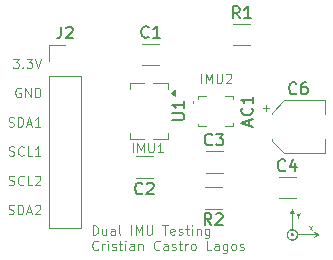
<source format=gbr>
%TF.GenerationSoftware,KiCad,Pcbnew,9.0.5*%
%TF.CreationDate,2025-12-11T06:09:59-03:00*%
%TF.ProjectId,dual IMU_module,6475616c-2049-44d5-955f-6d6f64756c65,rev?*%
%TF.SameCoordinates,Original*%
%TF.FileFunction,Legend,Top*%
%TF.FilePolarity,Positive*%
%FSLAX46Y46*%
G04 Gerber Fmt 4.6, Leading zero omitted, Abs format (unit mm)*
G04 Created by KiCad (PCBNEW 9.0.5) date 2025-12-11 06:09:59*
%MOMM*%
%LPD*%
G01*
G04 APERTURE LIST*
%ADD10C,0.100000*%
%ADD11C,0.150000*%
%ADD12C,0.120000*%
%ADD13C,0.000000*%
G04 APERTURE END LIST*
D10*
X131876265Y-89898940D02*
X131876265Y-89098940D01*
X131876265Y-89098940D02*
X132066741Y-89098940D01*
X132066741Y-89098940D02*
X132181027Y-89137035D01*
X132181027Y-89137035D02*
X132257217Y-89213225D01*
X132257217Y-89213225D02*
X132295312Y-89289416D01*
X132295312Y-89289416D02*
X132333408Y-89441797D01*
X132333408Y-89441797D02*
X132333408Y-89556083D01*
X132333408Y-89556083D02*
X132295312Y-89708464D01*
X132295312Y-89708464D02*
X132257217Y-89784654D01*
X132257217Y-89784654D02*
X132181027Y-89860845D01*
X132181027Y-89860845D02*
X132066741Y-89898940D01*
X132066741Y-89898940D02*
X131876265Y-89898940D01*
X133019122Y-89365606D02*
X133019122Y-89898940D01*
X132676265Y-89365606D02*
X132676265Y-89784654D01*
X132676265Y-89784654D02*
X132714360Y-89860845D01*
X132714360Y-89860845D02*
X132790550Y-89898940D01*
X132790550Y-89898940D02*
X132904836Y-89898940D01*
X132904836Y-89898940D02*
X132981027Y-89860845D01*
X132981027Y-89860845D02*
X133019122Y-89822749D01*
X133742932Y-89898940D02*
X133742932Y-89479892D01*
X133742932Y-89479892D02*
X133704837Y-89403702D01*
X133704837Y-89403702D02*
X133628646Y-89365606D01*
X133628646Y-89365606D02*
X133476265Y-89365606D01*
X133476265Y-89365606D02*
X133400075Y-89403702D01*
X133742932Y-89860845D02*
X133666741Y-89898940D01*
X133666741Y-89898940D02*
X133476265Y-89898940D01*
X133476265Y-89898940D02*
X133400075Y-89860845D01*
X133400075Y-89860845D02*
X133361979Y-89784654D01*
X133361979Y-89784654D02*
X133361979Y-89708464D01*
X133361979Y-89708464D02*
X133400075Y-89632273D01*
X133400075Y-89632273D02*
X133476265Y-89594178D01*
X133476265Y-89594178D02*
X133666741Y-89594178D01*
X133666741Y-89594178D02*
X133742932Y-89556083D01*
X134238170Y-89898940D02*
X134161980Y-89860845D01*
X134161980Y-89860845D02*
X134123885Y-89784654D01*
X134123885Y-89784654D02*
X134123885Y-89098940D01*
X135152457Y-89898940D02*
X135152457Y-89098940D01*
X135533409Y-89898940D02*
X135533409Y-89098940D01*
X135533409Y-89098940D02*
X135800075Y-89670368D01*
X135800075Y-89670368D02*
X136066742Y-89098940D01*
X136066742Y-89098940D02*
X136066742Y-89898940D01*
X136447695Y-89098940D02*
X136447695Y-89746559D01*
X136447695Y-89746559D02*
X136485790Y-89822749D01*
X136485790Y-89822749D02*
X136523885Y-89860845D01*
X136523885Y-89860845D02*
X136600076Y-89898940D01*
X136600076Y-89898940D02*
X136752457Y-89898940D01*
X136752457Y-89898940D02*
X136828647Y-89860845D01*
X136828647Y-89860845D02*
X136866742Y-89822749D01*
X136866742Y-89822749D02*
X136904838Y-89746559D01*
X136904838Y-89746559D02*
X136904838Y-89098940D01*
X137781028Y-89098940D02*
X138238171Y-89098940D01*
X138009599Y-89898940D02*
X138009599Y-89098940D01*
X138809600Y-89860845D02*
X138733409Y-89898940D01*
X138733409Y-89898940D02*
X138581028Y-89898940D01*
X138581028Y-89898940D02*
X138504838Y-89860845D01*
X138504838Y-89860845D02*
X138466742Y-89784654D01*
X138466742Y-89784654D02*
X138466742Y-89479892D01*
X138466742Y-89479892D02*
X138504838Y-89403702D01*
X138504838Y-89403702D02*
X138581028Y-89365606D01*
X138581028Y-89365606D02*
X138733409Y-89365606D01*
X138733409Y-89365606D02*
X138809600Y-89403702D01*
X138809600Y-89403702D02*
X138847695Y-89479892D01*
X138847695Y-89479892D02*
X138847695Y-89556083D01*
X138847695Y-89556083D02*
X138466742Y-89632273D01*
X139152456Y-89860845D02*
X139228647Y-89898940D01*
X139228647Y-89898940D02*
X139381028Y-89898940D01*
X139381028Y-89898940D02*
X139457218Y-89860845D01*
X139457218Y-89860845D02*
X139495314Y-89784654D01*
X139495314Y-89784654D02*
X139495314Y-89746559D01*
X139495314Y-89746559D02*
X139457218Y-89670368D01*
X139457218Y-89670368D02*
X139381028Y-89632273D01*
X139381028Y-89632273D02*
X139266742Y-89632273D01*
X139266742Y-89632273D02*
X139190552Y-89594178D01*
X139190552Y-89594178D02*
X139152456Y-89517987D01*
X139152456Y-89517987D02*
X139152456Y-89479892D01*
X139152456Y-89479892D02*
X139190552Y-89403702D01*
X139190552Y-89403702D02*
X139266742Y-89365606D01*
X139266742Y-89365606D02*
X139381028Y-89365606D01*
X139381028Y-89365606D02*
X139457218Y-89403702D01*
X139723885Y-89365606D02*
X140028647Y-89365606D01*
X139838171Y-89098940D02*
X139838171Y-89784654D01*
X139838171Y-89784654D02*
X139876266Y-89860845D01*
X139876266Y-89860845D02*
X139952456Y-89898940D01*
X139952456Y-89898940D02*
X140028647Y-89898940D01*
X140295314Y-89898940D02*
X140295314Y-89365606D01*
X140295314Y-89098940D02*
X140257218Y-89137035D01*
X140257218Y-89137035D02*
X140295314Y-89175130D01*
X140295314Y-89175130D02*
X140333409Y-89137035D01*
X140333409Y-89137035D02*
X140295314Y-89098940D01*
X140295314Y-89098940D02*
X140295314Y-89175130D01*
X140676266Y-89365606D02*
X140676266Y-89898940D01*
X140676266Y-89441797D02*
X140714361Y-89403702D01*
X140714361Y-89403702D02*
X140790551Y-89365606D01*
X140790551Y-89365606D02*
X140904837Y-89365606D01*
X140904837Y-89365606D02*
X140981028Y-89403702D01*
X140981028Y-89403702D02*
X141019123Y-89479892D01*
X141019123Y-89479892D02*
X141019123Y-89898940D01*
X141742933Y-89365606D02*
X141742933Y-90013225D01*
X141742933Y-90013225D02*
X141704838Y-90089416D01*
X141704838Y-90089416D02*
X141666742Y-90127511D01*
X141666742Y-90127511D02*
X141590552Y-90165606D01*
X141590552Y-90165606D02*
X141476266Y-90165606D01*
X141476266Y-90165606D02*
X141400076Y-90127511D01*
X141742933Y-89860845D02*
X141666742Y-89898940D01*
X141666742Y-89898940D02*
X141514361Y-89898940D01*
X141514361Y-89898940D02*
X141438171Y-89860845D01*
X141438171Y-89860845D02*
X141400076Y-89822749D01*
X141400076Y-89822749D02*
X141361980Y-89746559D01*
X141361980Y-89746559D02*
X141361980Y-89517987D01*
X141361980Y-89517987D02*
X141400076Y-89441797D01*
X141400076Y-89441797D02*
X141438171Y-89403702D01*
X141438171Y-89403702D02*
X141514361Y-89365606D01*
X141514361Y-89365606D02*
X141666742Y-89365606D01*
X141666742Y-89365606D02*
X141742933Y-89403702D01*
X132333408Y-91110704D02*
X132295312Y-91148800D01*
X132295312Y-91148800D02*
X132181027Y-91186895D01*
X132181027Y-91186895D02*
X132104836Y-91186895D01*
X132104836Y-91186895D02*
X131990550Y-91148800D01*
X131990550Y-91148800D02*
X131914360Y-91072609D01*
X131914360Y-91072609D02*
X131876265Y-90996419D01*
X131876265Y-90996419D02*
X131838169Y-90844038D01*
X131838169Y-90844038D02*
X131838169Y-90729752D01*
X131838169Y-90729752D02*
X131876265Y-90577371D01*
X131876265Y-90577371D02*
X131914360Y-90501180D01*
X131914360Y-90501180D02*
X131990550Y-90424990D01*
X131990550Y-90424990D02*
X132104836Y-90386895D01*
X132104836Y-90386895D02*
X132181027Y-90386895D01*
X132181027Y-90386895D02*
X132295312Y-90424990D01*
X132295312Y-90424990D02*
X132333408Y-90463085D01*
X132676265Y-91186895D02*
X132676265Y-90653561D01*
X132676265Y-90805942D02*
X132714360Y-90729752D01*
X132714360Y-90729752D02*
X132752455Y-90691657D01*
X132752455Y-90691657D02*
X132828646Y-90653561D01*
X132828646Y-90653561D02*
X132904836Y-90653561D01*
X133171503Y-91186895D02*
X133171503Y-90653561D01*
X133171503Y-90386895D02*
X133133407Y-90424990D01*
X133133407Y-90424990D02*
X133171503Y-90463085D01*
X133171503Y-90463085D02*
X133209598Y-90424990D01*
X133209598Y-90424990D02*
X133171503Y-90386895D01*
X133171503Y-90386895D02*
X133171503Y-90463085D01*
X133514359Y-91148800D02*
X133590550Y-91186895D01*
X133590550Y-91186895D02*
X133742931Y-91186895D01*
X133742931Y-91186895D02*
X133819121Y-91148800D01*
X133819121Y-91148800D02*
X133857217Y-91072609D01*
X133857217Y-91072609D02*
X133857217Y-91034514D01*
X133857217Y-91034514D02*
X133819121Y-90958323D01*
X133819121Y-90958323D02*
X133742931Y-90920228D01*
X133742931Y-90920228D02*
X133628645Y-90920228D01*
X133628645Y-90920228D02*
X133552455Y-90882133D01*
X133552455Y-90882133D02*
X133514359Y-90805942D01*
X133514359Y-90805942D02*
X133514359Y-90767847D01*
X133514359Y-90767847D02*
X133552455Y-90691657D01*
X133552455Y-90691657D02*
X133628645Y-90653561D01*
X133628645Y-90653561D02*
X133742931Y-90653561D01*
X133742931Y-90653561D02*
X133819121Y-90691657D01*
X134085788Y-90653561D02*
X134390550Y-90653561D01*
X134200074Y-90386895D02*
X134200074Y-91072609D01*
X134200074Y-91072609D02*
X134238169Y-91148800D01*
X134238169Y-91148800D02*
X134314359Y-91186895D01*
X134314359Y-91186895D02*
X134390550Y-91186895D01*
X134657217Y-91186895D02*
X134657217Y-90653561D01*
X134657217Y-90386895D02*
X134619121Y-90424990D01*
X134619121Y-90424990D02*
X134657217Y-90463085D01*
X134657217Y-90463085D02*
X134695312Y-90424990D01*
X134695312Y-90424990D02*
X134657217Y-90386895D01*
X134657217Y-90386895D02*
X134657217Y-90463085D01*
X135381026Y-91186895D02*
X135381026Y-90767847D01*
X135381026Y-90767847D02*
X135342931Y-90691657D01*
X135342931Y-90691657D02*
X135266740Y-90653561D01*
X135266740Y-90653561D02*
X135114359Y-90653561D01*
X135114359Y-90653561D02*
X135038169Y-90691657D01*
X135381026Y-91148800D02*
X135304835Y-91186895D01*
X135304835Y-91186895D02*
X135114359Y-91186895D01*
X135114359Y-91186895D02*
X135038169Y-91148800D01*
X135038169Y-91148800D02*
X135000073Y-91072609D01*
X135000073Y-91072609D02*
X135000073Y-90996419D01*
X135000073Y-90996419D02*
X135038169Y-90920228D01*
X135038169Y-90920228D02*
X135114359Y-90882133D01*
X135114359Y-90882133D02*
X135304835Y-90882133D01*
X135304835Y-90882133D02*
X135381026Y-90844038D01*
X135761979Y-90653561D02*
X135761979Y-91186895D01*
X135761979Y-90729752D02*
X135800074Y-90691657D01*
X135800074Y-90691657D02*
X135876264Y-90653561D01*
X135876264Y-90653561D02*
X135990550Y-90653561D01*
X135990550Y-90653561D02*
X136066741Y-90691657D01*
X136066741Y-90691657D02*
X136104836Y-90767847D01*
X136104836Y-90767847D02*
X136104836Y-91186895D01*
X137552456Y-91110704D02*
X137514360Y-91148800D01*
X137514360Y-91148800D02*
X137400075Y-91186895D01*
X137400075Y-91186895D02*
X137323884Y-91186895D01*
X137323884Y-91186895D02*
X137209598Y-91148800D01*
X137209598Y-91148800D02*
X137133408Y-91072609D01*
X137133408Y-91072609D02*
X137095313Y-90996419D01*
X137095313Y-90996419D02*
X137057217Y-90844038D01*
X137057217Y-90844038D02*
X137057217Y-90729752D01*
X137057217Y-90729752D02*
X137095313Y-90577371D01*
X137095313Y-90577371D02*
X137133408Y-90501180D01*
X137133408Y-90501180D02*
X137209598Y-90424990D01*
X137209598Y-90424990D02*
X137323884Y-90386895D01*
X137323884Y-90386895D02*
X137400075Y-90386895D01*
X137400075Y-90386895D02*
X137514360Y-90424990D01*
X137514360Y-90424990D02*
X137552456Y-90463085D01*
X138238170Y-91186895D02*
X138238170Y-90767847D01*
X138238170Y-90767847D02*
X138200075Y-90691657D01*
X138200075Y-90691657D02*
X138123884Y-90653561D01*
X138123884Y-90653561D02*
X137971503Y-90653561D01*
X137971503Y-90653561D02*
X137895313Y-90691657D01*
X138238170Y-91148800D02*
X138161979Y-91186895D01*
X138161979Y-91186895D02*
X137971503Y-91186895D01*
X137971503Y-91186895D02*
X137895313Y-91148800D01*
X137895313Y-91148800D02*
X137857217Y-91072609D01*
X137857217Y-91072609D02*
X137857217Y-90996419D01*
X137857217Y-90996419D02*
X137895313Y-90920228D01*
X137895313Y-90920228D02*
X137971503Y-90882133D01*
X137971503Y-90882133D02*
X138161979Y-90882133D01*
X138161979Y-90882133D02*
X138238170Y-90844038D01*
X138581027Y-91148800D02*
X138657218Y-91186895D01*
X138657218Y-91186895D02*
X138809599Y-91186895D01*
X138809599Y-91186895D02*
X138885789Y-91148800D01*
X138885789Y-91148800D02*
X138923885Y-91072609D01*
X138923885Y-91072609D02*
X138923885Y-91034514D01*
X138923885Y-91034514D02*
X138885789Y-90958323D01*
X138885789Y-90958323D02*
X138809599Y-90920228D01*
X138809599Y-90920228D02*
X138695313Y-90920228D01*
X138695313Y-90920228D02*
X138619123Y-90882133D01*
X138619123Y-90882133D02*
X138581027Y-90805942D01*
X138581027Y-90805942D02*
X138581027Y-90767847D01*
X138581027Y-90767847D02*
X138619123Y-90691657D01*
X138619123Y-90691657D02*
X138695313Y-90653561D01*
X138695313Y-90653561D02*
X138809599Y-90653561D01*
X138809599Y-90653561D02*
X138885789Y-90691657D01*
X139152456Y-90653561D02*
X139457218Y-90653561D01*
X139266742Y-90386895D02*
X139266742Y-91072609D01*
X139266742Y-91072609D02*
X139304837Y-91148800D01*
X139304837Y-91148800D02*
X139381027Y-91186895D01*
X139381027Y-91186895D02*
X139457218Y-91186895D01*
X139723885Y-91186895D02*
X139723885Y-90653561D01*
X139723885Y-90805942D02*
X139761980Y-90729752D01*
X139761980Y-90729752D02*
X139800075Y-90691657D01*
X139800075Y-90691657D02*
X139876266Y-90653561D01*
X139876266Y-90653561D02*
X139952456Y-90653561D01*
X140333408Y-91186895D02*
X140257218Y-91148800D01*
X140257218Y-91148800D02*
X140219123Y-91110704D01*
X140219123Y-91110704D02*
X140181027Y-91034514D01*
X140181027Y-91034514D02*
X140181027Y-90805942D01*
X140181027Y-90805942D02*
X140219123Y-90729752D01*
X140219123Y-90729752D02*
X140257218Y-90691657D01*
X140257218Y-90691657D02*
X140333408Y-90653561D01*
X140333408Y-90653561D02*
X140447694Y-90653561D01*
X140447694Y-90653561D02*
X140523885Y-90691657D01*
X140523885Y-90691657D02*
X140561980Y-90729752D01*
X140561980Y-90729752D02*
X140600075Y-90805942D01*
X140600075Y-90805942D02*
X140600075Y-91034514D01*
X140600075Y-91034514D02*
X140561980Y-91110704D01*
X140561980Y-91110704D02*
X140523885Y-91148800D01*
X140523885Y-91148800D02*
X140447694Y-91186895D01*
X140447694Y-91186895D02*
X140333408Y-91186895D01*
X141933409Y-91186895D02*
X141552457Y-91186895D01*
X141552457Y-91186895D02*
X141552457Y-90386895D01*
X142542933Y-91186895D02*
X142542933Y-90767847D01*
X142542933Y-90767847D02*
X142504838Y-90691657D01*
X142504838Y-90691657D02*
X142428647Y-90653561D01*
X142428647Y-90653561D02*
X142276266Y-90653561D01*
X142276266Y-90653561D02*
X142200076Y-90691657D01*
X142542933Y-91148800D02*
X142466742Y-91186895D01*
X142466742Y-91186895D02*
X142276266Y-91186895D01*
X142276266Y-91186895D02*
X142200076Y-91148800D01*
X142200076Y-91148800D02*
X142161980Y-91072609D01*
X142161980Y-91072609D02*
X142161980Y-90996419D01*
X142161980Y-90996419D02*
X142200076Y-90920228D01*
X142200076Y-90920228D02*
X142276266Y-90882133D01*
X142276266Y-90882133D02*
X142466742Y-90882133D01*
X142466742Y-90882133D02*
X142542933Y-90844038D01*
X143266743Y-90653561D02*
X143266743Y-91301180D01*
X143266743Y-91301180D02*
X143228648Y-91377371D01*
X143228648Y-91377371D02*
X143190552Y-91415466D01*
X143190552Y-91415466D02*
X143114362Y-91453561D01*
X143114362Y-91453561D02*
X143000076Y-91453561D01*
X143000076Y-91453561D02*
X142923886Y-91415466D01*
X143266743Y-91148800D02*
X143190552Y-91186895D01*
X143190552Y-91186895D02*
X143038171Y-91186895D01*
X143038171Y-91186895D02*
X142961981Y-91148800D01*
X142961981Y-91148800D02*
X142923886Y-91110704D01*
X142923886Y-91110704D02*
X142885790Y-91034514D01*
X142885790Y-91034514D02*
X142885790Y-90805942D01*
X142885790Y-90805942D02*
X142923886Y-90729752D01*
X142923886Y-90729752D02*
X142961981Y-90691657D01*
X142961981Y-90691657D02*
X143038171Y-90653561D01*
X143038171Y-90653561D02*
X143190552Y-90653561D01*
X143190552Y-90653561D02*
X143266743Y-90691657D01*
X143761981Y-91186895D02*
X143685791Y-91148800D01*
X143685791Y-91148800D02*
X143647696Y-91110704D01*
X143647696Y-91110704D02*
X143609600Y-91034514D01*
X143609600Y-91034514D02*
X143609600Y-90805942D01*
X143609600Y-90805942D02*
X143647696Y-90729752D01*
X143647696Y-90729752D02*
X143685791Y-90691657D01*
X143685791Y-90691657D02*
X143761981Y-90653561D01*
X143761981Y-90653561D02*
X143876267Y-90653561D01*
X143876267Y-90653561D02*
X143952458Y-90691657D01*
X143952458Y-90691657D02*
X143990553Y-90729752D01*
X143990553Y-90729752D02*
X144028648Y-90805942D01*
X144028648Y-90805942D02*
X144028648Y-91034514D01*
X144028648Y-91034514D02*
X143990553Y-91110704D01*
X143990553Y-91110704D02*
X143952458Y-91148800D01*
X143952458Y-91148800D02*
X143876267Y-91186895D01*
X143876267Y-91186895D02*
X143761981Y-91186895D01*
X144333410Y-91148800D02*
X144409601Y-91186895D01*
X144409601Y-91186895D02*
X144561982Y-91186895D01*
X144561982Y-91186895D02*
X144638172Y-91148800D01*
X144638172Y-91148800D02*
X144676268Y-91072609D01*
X144676268Y-91072609D02*
X144676268Y-91034514D01*
X144676268Y-91034514D02*
X144638172Y-90958323D01*
X144638172Y-90958323D02*
X144561982Y-90920228D01*
X144561982Y-90920228D02*
X144447696Y-90920228D01*
X144447696Y-90920228D02*
X144371506Y-90882133D01*
X144371506Y-90882133D02*
X144333410Y-90805942D01*
X144333410Y-90805942D02*
X144333410Y-90767847D01*
X144333410Y-90767847D02*
X144371506Y-90691657D01*
X144371506Y-90691657D02*
X144447696Y-90653561D01*
X144447696Y-90653561D02*
X144561982Y-90653561D01*
X144561982Y-90653561D02*
X144638172Y-90691657D01*
X135296265Y-82906895D02*
X135296265Y-82106895D01*
X135677217Y-82906895D02*
X135677217Y-82106895D01*
X135677217Y-82106895D02*
X135943883Y-82678323D01*
X135943883Y-82678323D02*
X136210550Y-82106895D01*
X136210550Y-82106895D02*
X136210550Y-82906895D01*
X136591503Y-82106895D02*
X136591503Y-82754514D01*
X136591503Y-82754514D02*
X136629598Y-82830704D01*
X136629598Y-82830704D02*
X136667693Y-82868800D01*
X136667693Y-82868800D02*
X136743884Y-82906895D01*
X136743884Y-82906895D02*
X136896265Y-82906895D01*
X136896265Y-82906895D02*
X136972455Y-82868800D01*
X136972455Y-82868800D02*
X137010550Y-82830704D01*
X137010550Y-82830704D02*
X137048646Y-82754514D01*
X137048646Y-82754514D02*
X137048646Y-82106895D01*
X137848645Y-82906895D02*
X137391502Y-82906895D01*
X137620074Y-82906895D02*
X137620074Y-82106895D01*
X137620074Y-82106895D02*
X137543883Y-82221180D01*
X137543883Y-82221180D02*
X137467693Y-82297371D01*
X137467693Y-82297371D02*
X137391502Y-82335466D01*
X124760074Y-88120800D02*
X124874360Y-88158895D01*
X124874360Y-88158895D02*
X125064836Y-88158895D01*
X125064836Y-88158895D02*
X125141027Y-88120800D01*
X125141027Y-88120800D02*
X125179122Y-88082704D01*
X125179122Y-88082704D02*
X125217217Y-88006514D01*
X125217217Y-88006514D02*
X125217217Y-87930323D01*
X125217217Y-87930323D02*
X125179122Y-87854133D01*
X125179122Y-87854133D02*
X125141027Y-87816038D01*
X125141027Y-87816038D02*
X125064836Y-87777942D01*
X125064836Y-87777942D02*
X124912455Y-87739847D01*
X124912455Y-87739847D02*
X124836265Y-87701752D01*
X124836265Y-87701752D02*
X124798170Y-87663657D01*
X124798170Y-87663657D02*
X124760074Y-87587466D01*
X124760074Y-87587466D02*
X124760074Y-87511276D01*
X124760074Y-87511276D02*
X124798170Y-87435085D01*
X124798170Y-87435085D02*
X124836265Y-87396990D01*
X124836265Y-87396990D02*
X124912455Y-87358895D01*
X124912455Y-87358895D02*
X125102932Y-87358895D01*
X125102932Y-87358895D02*
X125217217Y-87396990D01*
X125560075Y-88158895D02*
X125560075Y-87358895D01*
X125560075Y-87358895D02*
X125750551Y-87358895D01*
X125750551Y-87358895D02*
X125864837Y-87396990D01*
X125864837Y-87396990D02*
X125941027Y-87473180D01*
X125941027Y-87473180D02*
X125979122Y-87549371D01*
X125979122Y-87549371D02*
X126017218Y-87701752D01*
X126017218Y-87701752D02*
X126017218Y-87816038D01*
X126017218Y-87816038D02*
X125979122Y-87968419D01*
X125979122Y-87968419D02*
X125941027Y-88044609D01*
X125941027Y-88044609D02*
X125864837Y-88120800D01*
X125864837Y-88120800D02*
X125750551Y-88158895D01*
X125750551Y-88158895D02*
X125560075Y-88158895D01*
X126321979Y-87930323D02*
X126702932Y-87930323D01*
X126245789Y-88158895D02*
X126512456Y-87358895D01*
X126512456Y-87358895D02*
X126779122Y-88158895D01*
X127007693Y-87435085D02*
X127045789Y-87396990D01*
X127045789Y-87396990D02*
X127121979Y-87358895D01*
X127121979Y-87358895D02*
X127312455Y-87358895D01*
X127312455Y-87358895D02*
X127388646Y-87396990D01*
X127388646Y-87396990D02*
X127426741Y-87435085D01*
X127426741Y-87435085D02*
X127464836Y-87511276D01*
X127464836Y-87511276D02*
X127464836Y-87587466D01*
X127464836Y-87587466D02*
X127426741Y-87701752D01*
X127426741Y-87701752D02*
X126969598Y-88158895D01*
X126969598Y-88158895D02*
X127464836Y-88158895D01*
X124798169Y-83168800D02*
X124912455Y-83206895D01*
X124912455Y-83206895D02*
X125102931Y-83206895D01*
X125102931Y-83206895D02*
X125179122Y-83168800D01*
X125179122Y-83168800D02*
X125217217Y-83130704D01*
X125217217Y-83130704D02*
X125255312Y-83054514D01*
X125255312Y-83054514D02*
X125255312Y-82978323D01*
X125255312Y-82978323D02*
X125217217Y-82902133D01*
X125217217Y-82902133D02*
X125179122Y-82864038D01*
X125179122Y-82864038D02*
X125102931Y-82825942D01*
X125102931Y-82825942D02*
X124950550Y-82787847D01*
X124950550Y-82787847D02*
X124874360Y-82749752D01*
X124874360Y-82749752D02*
X124836265Y-82711657D01*
X124836265Y-82711657D02*
X124798169Y-82635466D01*
X124798169Y-82635466D02*
X124798169Y-82559276D01*
X124798169Y-82559276D02*
X124836265Y-82483085D01*
X124836265Y-82483085D02*
X124874360Y-82444990D01*
X124874360Y-82444990D02*
X124950550Y-82406895D01*
X124950550Y-82406895D02*
X125141027Y-82406895D01*
X125141027Y-82406895D02*
X125255312Y-82444990D01*
X126055313Y-83130704D02*
X126017217Y-83168800D01*
X126017217Y-83168800D02*
X125902932Y-83206895D01*
X125902932Y-83206895D02*
X125826741Y-83206895D01*
X125826741Y-83206895D02*
X125712455Y-83168800D01*
X125712455Y-83168800D02*
X125636265Y-83092609D01*
X125636265Y-83092609D02*
X125598170Y-83016419D01*
X125598170Y-83016419D02*
X125560074Y-82864038D01*
X125560074Y-82864038D02*
X125560074Y-82749752D01*
X125560074Y-82749752D02*
X125598170Y-82597371D01*
X125598170Y-82597371D02*
X125636265Y-82521180D01*
X125636265Y-82521180D02*
X125712455Y-82444990D01*
X125712455Y-82444990D02*
X125826741Y-82406895D01*
X125826741Y-82406895D02*
X125902932Y-82406895D01*
X125902932Y-82406895D02*
X126017217Y-82444990D01*
X126017217Y-82444990D02*
X126055313Y-82483085D01*
X126779122Y-83206895D02*
X126398170Y-83206895D01*
X126398170Y-83206895D02*
X126398170Y-82406895D01*
X127464836Y-83206895D02*
X127007693Y-83206895D01*
X127236265Y-83206895D02*
X127236265Y-82406895D01*
X127236265Y-82406895D02*
X127160074Y-82521180D01*
X127160074Y-82521180D02*
X127083884Y-82597371D01*
X127083884Y-82597371D02*
X127007693Y-82635466D01*
X141076265Y-77046895D02*
X141076265Y-76246895D01*
X141457217Y-77046895D02*
X141457217Y-76246895D01*
X141457217Y-76246895D02*
X141723883Y-76818323D01*
X141723883Y-76818323D02*
X141990550Y-76246895D01*
X141990550Y-76246895D02*
X141990550Y-77046895D01*
X142371503Y-76246895D02*
X142371503Y-76894514D01*
X142371503Y-76894514D02*
X142409598Y-76970704D01*
X142409598Y-76970704D02*
X142447693Y-77008800D01*
X142447693Y-77008800D02*
X142523884Y-77046895D01*
X142523884Y-77046895D02*
X142676265Y-77046895D01*
X142676265Y-77046895D02*
X142752455Y-77008800D01*
X142752455Y-77008800D02*
X142790550Y-76970704D01*
X142790550Y-76970704D02*
X142828646Y-76894514D01*
X142828646Y-76894514D02*
X142828646Y-76246895D01*
X143171502Y-76323085D02*
X143209598Y-76284990D01*
X143209598Y-76284990D02*
X143285788Y-76246895D01*
X143285788Y-76246895D02*
X143476264Y-76246895D01*
X143476264Y-76246895D02*
X143552455Y-76284990D01*
X143552455Y-76284990D02*
X143590550Y-76323085D01*
X143590550Y-76323085D02*
X143628645Y-76399276D01*
X143628645Y-76399276D02*
X143628645Y-76475466D01*
X143628645Y-76475466D02*
X143590550Y-76589752D01*
X143590550Y-76589752D02*
X143133407Y-77046895D01*
X143133407Y-77046895D02*
X143628645Y-77046895D01*
X124760074Y-80692800D02*
X124874360Y-80730895D01*
X124874360Y-80730895D02*
X125064836Y-80730895D01*
X125064836Y-80730895D02*
X125141027Y-80692800D01*
X125141027Y-80692800D02*
X125179122Y-80654704D01*
X125179122Y-80654704D02*
X125217217Y-80578514D01*
X125217217Y-80578514D02*
X125217217Y-80502323D01*
X125217217Y-80502323D02*
X125179122Y-80426133D01*
X125179122Y-80426133D02*
X125141027Y-80388038D01*
X125141027Y-80388038D02*
X125064836Y-80349942D01*
X125064836Y-80349942D02*
X124912455Y-80311847D01*
X124912455Y-80311847D02*
X124836265Y-80273752D01*
X124836265Y-80273752D02*
X124798170Y-80235657D01*
X124798170Y-80235657D02*
X124760074Y-80159466D01*
X124760074Y-80159466D02*
X124760074Y-80083276D01*
X124760074Y-80083276D02*
X124798170Y-80007085D01*
X124798170Y-80007085D02*
X124836265Y-79968990D01*
X124836265Y-79968990D02*
X124912455Y-79930895D01*
X124912455Y-79930895D02*
X125102932Y-79930895D01*
X125102932Y-79930895D02*
X125217217Y-79968990D01*
X125560075Y-80730895D02*
X125560075Y-79930895D01*
X125560075Y-79930895D02*
X125750551Y-79930895D01*
X125750551Y-79930895D02*
X125864837Y-79968990D01*
X125864837Y-79968990D02*
X125941027Y-80045180D01*
X125941027Y-80045180D02*
X125979122Y-80121371D01*
X125979122Y-80121371D02*
X126017218Y-80273752D01*
X126017218Y-80273752D02*
X126017218Y-80388038D01*
X126017218Y-80388038D02*
X125979122Y-80540419D01*
X125979122Y-80540419D02*
X125941027Y-80616609D01*
X125941027Y-80616609D02*
X125864837Y-80692800D01*
X125864837Y-80692800D02*
X125750551Y-80730895D01*
X125750551Y-80730895D02*
X125560075Y-80730895D01*
X126321979Y-80502323D02*
X126702932Y-80502323D01*
X126245789Y-80730895D02*
X126512456Y-79930895D01*
X126512456Y-79930895D02*
X126779122Y-80730895D01*
X127464836Y-80730895D02*
X127007693Y-80730895D01*
X127236265Y-80730895D02*
X127236265Y-79930895D01*
X127236265Y-79930895D02*
X127160074Y-80045180D01*
X127160074Y-80045180D02*
X127083884Y-80121371D01*
X127083884Y-80121371D02*
X127007693Y-80159466D01*
X124798169Y-85644800D02*
X124912455Y-85682895D01*
X124912455Y-85682895D02*
X125102931Y-85682895D01*
X125102931Y-85682895D02*
X125179122Y-85644800D01*
X125179122Y-85644800D02*
X125217217Y-85606704D01*
X125217217Y-85606704D02*
X125255312Y-85530514D01*
X125255312Y-85530514D02*
X125255312Y-85454323D01*
X125255312Y-85454323D02*
X125217217Y-85378133D01*
X125217217Y-85378133D02*
X125179122Y-85340038D01*
X125179122Y-85340038D02*
X125102931Y-85301942D01*
X125102931Y-85301942D02*
X124950550Y-85263847D01*
X124950550Y-85263847D02*
X124874360Y-85225752D01*
X124874360Y-85225752D02*
X124836265Y-85187657D01*
X124836265Y-85187657D02*
X124798169Y-85111466D01*
X124798169Y-85111466D02*
X124798169Y-85035276D01*
X124798169Y-85035276D02*
X124836265Y-84959085D01*
X124836265Y-84959085D02*
X124874360Y-84920990D01*
X124874360Y-84920990D02*
X124950550Y-84882895D01*
X124950550Y-84882895D02*
X125141027Y-84882895D01*
X125141027Y-84882895D02*
X125255312Y-84920990D01*
X126055313Y-85606704D02*
X126017217Y-85644800D01*
X126017217Y-85644800D02*
X125902932Y-85682895D01*
X125902932Y-85682895D02*
X125826741Y-85682895D01*
X125826741Y-85682895D02*
X125712455Y-85644800D01*
X125712455Y-85644800D02*
X125636265Y-85568609D01*
X125636265Y-85568609D02*
X125598170Y-85492419D01*
X125598170Y-85492419D02*
X125560074Y-85340038D01*
X125560074Y-85340038D02*
X125560074Y-85225752D01*
X125560074Y-85225752D02*
X125598170Y-85073371D01*
X125598170Y-85073371D02*
X125636265Y-84997180D01*
X125636265Y-84997180D02*
X125712455Y-84920990D01*
X125712455Y-84920990D02*
X125826741Y-84882895D01*
X125826741Y-84882895D02*
X125902932Y-84882895D01*
X125902932Y-84882895D02*
X126017217Y-84920990D01*
X126017217Y-84920990D02*
X126055313Y-84959085D01*
X126779122Y-85682895D02*
X126398170Y-85682895D01*
X126398170Y-85682895D02*
X126398170Y-84882895D01*
X127007693Y-84959085D02*
X127045789Y-84920990D01*
X127045789Y-84920990D02*
X127121979Y-84882895D01*
X127121979Y-84882895D02*
X127312455Y-84882895D01*
X127312455Y-84882895D02*
X127388646Y-84920990D01*
X127388646Y-84920990D02*
X127426741Y-84959085D01*
X127426741Y-84959085D02*
X127464836Y-85035276D01*
X127464836Y-85035276D02*
X127464836Y-85111466D01*
X127464836Y-85111466D02*
X127426741Y-85225752D01*
X127426741Y-85225752D02*
X126969598Y-85682895D01*
X126969598Y-85682895D02*
X127464836Y-85682895D01*
X125788646Y-77492990D02*
X125712456Y-77454895D01*
X125712456Y-77454895D02*
X125598170Y-77454895D01*
X125598170Y-77454895D02*
X125483884Y-77492990D01*
X125483884Y-77492990D02*
X125407694Y-77569180D01*
X125407694Y-77569180D02*
X125369599Y-77645371D01*
X125369599Y-77645371D02*
X125331503Y-77797752D01*
X125331503Y-77797752D02*
X125331503Y-77912038D01*
X125331503Y-77912038D02*
X125369599Y-78064419D01*
X125369599Y-78064419D02*
X125407694Y-78140609D01*
X125407694Y-78140609D02*
X125483884Y-78216800D01*
X125483884Y-78216800D02*
X125598170Y-78254895D01*
X125598170Y-78254895D02*
X125674361Y-78254895D01*
X125674361Y-78254895D02*
X125788646Y-78216800D01*
X125788646Y-78216800D02*
X125826742Y-78178704D01*
X125826742Y-78178704D02*
X125826742Y-77912038D01*
X125826742Y-77912038D02*
X125674361Y-77912038D01*
X126169599Y-78254895D02*
X126169599Y-77454895D01*
X126169599Y-77454895D02*
X126626742Y-78254895D01*
X126626742Y-78254895D02*
X126626742Y-77454895D01*
X127007694Y-78254895D02*
X127007694Y-77454895D01*
X127007694Y-77454895D02*
X127198170Y-77454895D01*
X127198170Y-77454895D02*
X127312456Y-77492990D01*
X127312456Y-77492990D02*
X127388646Y-77569180D01*
X127388646Y-77569180D02*
X127426741Y-77645371D01*
X127426741Y-77645371D02*
X127464837Y-77797752D01*
X127464837Y-77797752D02*
X127464837Y-77912038D01*
X127464837Y-77912038D02*
X127426741Y-78064419D01*
X127426741Y-78064419D02*
X127388646Y-78140609D01*
X127388646Y-78140609D02*
X127312456Y-78216800D01*
X127312456Y-78216800D02*
X127198170Y-78254895D01*
X127198170Y-78254895D02*
X127007694Y-78254895D01*
X125141027Y-74978895D02*
X125636265Y-74978895D01*
X125636265Y-74978895D02*
X125369599Y-75283657D01*
X125369599Y-75283657D02*
X125483884Y-75283657D01*
X125483884Y-75283657D02*
X125560075Y-75321752D01*
X125560075Y-75321752D02*
X125598170Y-75359847D01*
X125598170Y-75359847D02*
X125636265Y-75436038D01*
X125636265Y-75436038D02*
X125636265Y-75626514D01*
X125636265Y-75626514D02*
X125598170Y-75702704D01*
X125598170Y-75702704D02*
X125560075Y-75740800D01*
X125560075Y-75740800D02*
X125483884Y-75778895D01*
X125483884Y-75778895D02*
X125255313Y-75778895D01*
X125255313Y-75778895D02*
X125179122Y-75740800D01*
X125179122Y-75740800D02*
X125141027Y-75702704D01*
X125979123Y-75702704D02*
X126017218Y-75740800D01*
X126017218Y-75740800D02*
X125979123Y-75778895D01*
X125979123Y-75778895D02*
X125941027Y-75740800D01*
X125941027Y-75740800D02*
X125979123Y-75702704D01*
X125979123Y-75702704D02*
X125979123Y-75778895D01*
X126283884Y-74978895D02*
X126779122Y-74978895D01*
X126779122Y-74978895D02*
X126512456Y-75283657D01*
X126512456Y-75283657D02*
X126626741Y-75283657D01*
X126626741Y-75283657D02*
X126702932Y-75321752D01*
X126702932Y-75321752D02*
X126741027Y-75359847D01*
X126741027Y-75359847D02*
X126779122Y-75436038D01*
X126779122Y-75436038D02*
X126779122Y-75626514D01*
X126779122Y-75626514D02*
X126741027Y-75702704D01*
X126741027Y-75702704D02*
X126702932Y-75740800D01*
X126702932Y-75740800D02*
X126626741Y-75778895D01*
X126626741Y-75778895D02*
X126398170Y-75778895D01*
X126398170Y-75778895D02*
X126321979Y-75740800D01*
X126321979Y-75740800D02*
X126283884Y-75702704D01*
X127007694Y-74978895D02*
X127274361Y-75778895D01*
X127274361Y-75778895D02*
X127541027Y-74978895D01*
D11*
X149123333Y-77899580D02*
X149075714Y-77947200D01*
X149075714Y-77947200D02*
X148932857Y-77994819D01*
X148932857Y-77994819D02*
X148837619Y-77994819D01*
X148837619Y-77994819D02*
X148694762Y-77947200D01*
X148694762Y-77947200D02*
X148599524Y-77851961D01*
X148599524Y-77851961D02*
X148551905Y-77756723D01*
X148551905Y-77756723D02*
X148504286Y-77566247D01*
X148504286Y-77566247D02*
X148504286Y-77423390D01*
X148504286Y-77423390D02*
X148551905Y-77232914D01*
X148551905Y-77232914D02*
X148599524Y-77137676D01*
X148599524Y-77137676D02*
X148694762Y-77042438D01*
X148694762Y-77042438D02*
X148837619Y-76994819D01*
X148837619Y-76994819D02*
X148932857Y-76994819D01*
X148932857Y-76994819D02*
X149075714Y-77042438D01*
X149075714Y-77042438D02*
X149123333Y-77090057D01*
X149980476Y-76994819D02*
X149790000Y-76994819D01*
X149790000Y-76994819D02*
X149694762Y-77042438D01*
X149694762Y-77042438D02*
X149647143Y-77090057D01*
X149647143Y-77090057D02*
X149551905Y-77232914D01*
X149551905Y-77232914D02*
X149504286Y-77423390D01*
X149504286Y-77423390D02*
X149504286Y-77804342D01*
X149504286Y-77804342D02*
X149551905Y-77899580D01*
X149551905Y-77899580D02*
X149599524Y-77947200D01*
X149599524Y-77947200D02*
X149694762Y-77994819D01*
X149694762Y-77994819D02*
X149885238Y-77994819D01*
X149885238Y-77994819D02*
X149980476Y-77947200D01*
X149980476Y-77947200D02*
X150028095Y-77899580D01*
X150028095Y-77899580D02*
X150075714Y-77804342D01*
X150075714Y-77804342D02*
X150075714Y-77566247D01*
X150075714Y-77566247D02*
X150028095Y-77471009D01*
X150028095Y-77471009D02*
X149980476Y-77423390D01*
X149980476Y-77423390D02*
X149885238Y-77375771D01*
X149885238Y-77375771D02*
X149694762Y-77375771D01*
X149694762Y-77375771D02*
X149599524Y-77423390D01*
X149599524Y-77423390D02*
X149551905Y-77471009D01*
X149551905Y-77471009D02*
X149504286Y-77566247D01*
X142003333Y-82229580D02*
X141955714Y-82277200D01*
X141955714Y-82277200D02*
X141812857Y-82324819D01*
X141812857Y-82324819D02*
X141717619Y-82324819D01*
X141717619Y-82324819D02*
X141574762Y-82277200D01*
X141574762Y-82277200D02*
X141479524Y-82181961D01*
X141479524Y-82181961D02*
X141431905Y-82086723D01*
X141431905Y-82086723D02*
X141384286Y-81896247D01*
X141384286Y-81896247D02*
X141384286Y-81753390D01*
X141384286Y-81753390D02*
X141431905Y-81562914D01*
X141431905Y-81562914D02*
X141479524Y-81467676D01*
X141479524Y-81467676D02*
X141574762Y-81372438D01*
X141574762Y-81372438D02*
X141717619Y-81324819D01*
X141717619Y-81324819D02*
X141812857Y-81324819D01*
X141812857Y-81324819D02*
X141955714Y-81372438D01*
X141955714Y-81372438D02*
X142003333Y-81420057D01*
X142336667Y-81324819D02*
X142955714Y-81324819D01*
X142955714Y-81324819D02*
X142622381Y-81705771D01*
X142622381Y-81705771D02*
X142765238Y-81705771D01*
X142765238Y-81705771D02*
X142860476Y-81753390D01*
X142860476Y-81753390D02*
X142908095Y-81801009D01*
X142908095Y-81801009D02*
X142955714Y-81896247D01*
X142955714Y-81896247D02*
X142955714Y-82134342D01*
X142955714Y-82134342D02*
X142908095Y-82229580D01*
X142908095Y-82229580D02*
X142860476Y-82277200D01*
X142860476Y-82277200D02*
X142765238Y-82324819D01*
X142765238Y-82324819D02*
X142479524Y-82324819D01*
X142479524Y-82324819D02*
X142384286Y-82277200D01*
X142384286Y-82277200D02*
X142336667Y-82229580D01*
X144333333Y-71564819D02*
X144000000Y-71088628D01*
X143761905Y-71564819D02*
X143761905Y-70564819D01*
X143761905Y-70564819D02*
X144142857Y-70564819D01*
X144142857Y-70564819D02*
X144238095Y-70612438D01*
X144238095Y-70612438D02*
X144285714Y-70660057D01*
X144285714Y-70660057D02*
X144333333Y-70755295D01*
X144333333Y-70755295D02*
X144333333Y-70898152D01*
X144333333Y-70898152D02*
X144285714Y-70993390D01*
X144285714Y-70993390D02*
X144238095Y-71041009D01*
X144238095Y-71041009D02*
X144142857Y-71088628D01*
X144142857Y-71088628D02*
X143761905Y-71088628D01*
X145285714Y-71564819D02*
X144714286Y-71564819D01*
X145000000Y-71564819D02*
X145000000Y-70564819D01*
X145000000Y-70564819D02*
X144904762Y-70707676D01*
X144904762Y-70707676D02*
X144809524Y-70802914D01*
X144809524Y-70802914D02*
X144714286Y-70850533D01*
X141933333Y-89074819D02*
X141600000Y-88598628D01*
X141361905Y-89074819D02*
X141361905Y-88074819D01*
X141361905Y-88074819D02*
X141742857Y-88074819D01*
X141742857Y-88074819D02*
X141838095Y-88122438D01*
X141838095Y-88122438D02*
X141885714Y-88170057D01*
X141885714Y-88170057D02*
X141933333Y-88265295D01*
X141933333Y-88265295D02*
X141933333Y-88408152D01*
X141933333Y-88408152D02*
X141885714Y-88503390D01*
X141885714Y-88503390D02*
X141838095Y-88551009D01*
X141838095Y-88551009D02*
X141742857Y-88598628D01*
X141742857Y-88598628D02*
X141361905Y-88598628D01*
X142314286Y-88170057D02*
X142361905Y-88122438D01*
X142361905Y-88122438D02*
X142457143Y-88074819D01*
X142457143Y-88074819D02*
X142695238Y-88074819D01*
X142695238Y-88074819D02*
X142790476Y-88122438D01*
X142790476Y-88122438D02*
X142838095Y-88170057D01*
X142838095Y-88170057D02*
X142885714Y-88265295D01*
X142885714Y-88265295D02*
X142885714Y-88360533D01*
X142885714Y-88360533D02*
X142838095Y-88503390D01*
X142838095Y-88503390D02*
X142266667Y-89074819D01*
X142266667Y-89074819D02*
X142885714Y-89074819D01*
X138632319Y-80171904D02*
X139441842Y-80171904D01*
X139441842Y-80171904D02*
X139537080Y-80124285D01*
X139537080Y-80124285D02*
X139584700Y-80076666D01*
X139584700Y-80076666D02*
X139632319Y-79981428D01*
X139632319Y-79981428D02*
X139632319Y-79790952D01*
X139632319Y-79790952D02*
X139584700Y-79695714D01*
X139584700Y-79695714D02*
X139537080Y-79648095D01*
X139537080Y-79648095D02*
X139441842Y-79600476D01*
X139441842Y-79600476D02*
X138632319Y-79600476D01*
X139632319Y-78600476D02*
X139632319Y-79171904D01*
X139632319Y-78886190D02*
X138632319Y-78886190D01*
X138632319Y-78886190D02*
X138775176Y-78981428D01*
X138775176Y-78981428D02*
X138870414Y-79076666D01*
X138870414Y-79076666D02*
X138918033Y-79171904D01*
X148183333Y-84419580D02*
X148135714Y-84467200D01*
X148135714Y-84467200D02*
X147992857Y-84514819D01*
X147992857Y-84514819D02*
X147897619Y-84514819D01*
X147897619Y-84514819D02*
X147754762Y-84467200D01*
X147754762Y-84467200D02*
X147659524Y-84371961D01*
X147659524Y-84371961D02*
X147611905Y-84276723D01*
X147611905Y-84276723D02*
X147564286Y-84086247D01*
X147564286Y-84086247D02*
X147564286Y-83943390D01*
X147564286Y-83943390D02*
X147611905Y-83752914D01*
X147611905Y-83752914D02*
X147659524Y-83657676D01*
X147659524Y-83657676D02*
X147754762Y-83562438D01*
X147754762Y-83562438D02*
X147897619Y-83514819D01*
X147897619Y-83514819D02*
X147992857Y-83514819D01*
X147992857Y-83514819D02*
X148135714Y-83562438D01*
X148135714Y-83562438D02*
X148183333Y-83610057D01*
X149040476Y-83848152D02*
X149040476Y-84514819D01*
X148802381Y-83467200D02*
X148564286Y-84181485D01*
X148564286Y-84181485D02*
X149183333Y-84181485D01*
X136623333Y-73129580D02*
X136575714Y-73177200D01*
X136575714Y-73177200D02*
X136432857Y-73224819D01*
X136432857Y-73224819D02*
X136337619Y-73224819D01*
X136337619Y-73224819D02*
X136194762Y-73177200D01*
X136194762Y-73177200D02*
X136099524Y-73081961D01*
X136099524Y-73081961D02*
X136051905Y-72986723D01*
X136051905Y-72986723D02*
X136004286Y-72796247D01*
X136004286Y-72796247D02*
X136004286Y-72653390D01*
X136004286Y-72653390D02*
X136051905Y-72462914D01*
X136051905Y-72462914D02*
X136099524Y-72367676D01*
X136099524Y-72367676D02*
X136194762Y-72272438D01*
X136194762Y-72272438D02*
X136337619Y-72224819D01*
X136337619Y-72224819D02*
X136432857Y-72224819D01*
X136432857Y-72224819D02*
X136575714Y-72272438D01*
X136575714Y-72272438D02*
X136623333Y-72320057D01*
X137575714Y-73224819D02*
X137004286Y-73224819D01*
X137290000Y-73224819D02*
X137290000Y-72224819D01*
X137290000Y-72224819D02*
X137194762Y-72367676D01*
X137194762Y-72367676D02*
X137099524Y-72462914D01*
X137099524Y-72462914D02*
X137004286Y-72510533D01*
X136083333Y-86379580D02*
X136035714Y-86427200D01*
X136035714Y-86427200D02*
X135892857Y-86474819D01*
X135892857Y-86474819D02*
X135797619Y-86474819D01*
X135797619Y-86474819D02*
X135654762Y-86427200D01*
X135654762Y-86427200D02*
X135559524Y-86331961D01*
X135559524Y-86331961D02*
X135511905Y-86236723D01*
X135511905Y-86236723D02*
X135464286Y-86046247D01*
X135464286Y-86046247D02*
X135464286Y-85903390D01*
X135464286Y-85903390D02*
X135511905Y-85712914D01*
X135511905Y-85712914D02*
X135559524Y-85617676D01*
X135559524Y-85617676D02*
X135654762Y-85522438D01*
X135654762Y-85522438D02*
X135797619Y-85474819D01*
X135797619Y-85474819D02*
X135892857Y-85474819D01*
X135892857Y-85474819D02*
X136035714Y-85522438D01*
X136035714Y-85522438D02*
X136083333Y-85570057D01*
X136464286Y-85570057D02*
X136511905Y-85522438D01*
X136511905Y-85522438D02*
X136607143Y-85474819D01*
X136607143Y-85474819D02*
X136845238Y-85474819D01*
X136845238Y-85474819D02*
X136940476Y-85522438D01*
X136940476Y-85522438D02*
X136988095Y-85570057D01*
X136988095Y-85570057D02*
X137035714Y-85665295D01*
X137035714Y-85665295D02*
X137035714Y-85760533D01*
X137035714Y-85760533D02*
X136988095Y-85903390D01*
X136988095Y-85903390D02*
X136416667Y-86474819D01*
X136416667Y-86474819D02*
X137035714Y-86474819D01*
X129206666Y-72274819D02*
X129206666Y-72989104D01*
X129206666Y-72989104D02*
X129159047Y-73131961D01*
X129159047Y-73131961D02*
X129063809Y-73227200D01*
X129063809Y-73227200D02*
X128920952Y-73274819D01*
X128920952Y-73274819D02*
X128825714Y-73274819D01*
X129635238Y-72370057D02*
X129682857Y-72322438D01*
X129682857Y-72322438D02*
X129778095Y-72274819D01*
X129778095Y-72274819D02*
X130016190Y-72274819D01*
X130016190Y-72274819D02*
X130111428Y-72322438D01*
X130111428Y-72322438D02*
X130159047Y-72370057D01*
X130159047Y-72370057D02*
X130206666Y-72465295D01*
X130206666Y-72465295D02*
X130206666Y-72560533D01*
X130206666Y-72560533D02*
X130159047Y-72703390D01*
X130159047Y-72703390D02*
X129587619Y-73274819D01*
X129587619Y-73274819D02*
X130206666Y-73274819D01*
X145159104Y-80634285D02*
X145159104Y-80158095D01*
X145444819Y-80729523D02*
X144444819Y-80396190D01*
X144444819Y-80396190D02*
X145444819Y-80062857D01*
X145349580Y-79158095D02*
X145397200Y-79205714D01*
X145397200Y-79205714D02*
X145444819Y-79348571D01*
X145444819Y-79348571D02*
X145444819Y-79443809D01*
X145444819Y-79443809D02*
X145397200Y-79586666D01*
X145397200Y-79586666D02*
X145301961Y-79681904D01*
X145301961Y-79681904D02*
X145206723Y-79729523D01*
X145206723Y-79729523D02*
X145016247Y-79777142D01*
X145016247Y-79777142D02*
X144873390Y-79777142D01*
X144873390Y-79777142D02*
X144682914Y-79729523D01*
X144682914Y-79729523D02*
X144587676Y-79681904D01*
X144587676Y-79681904D02*
X144492438Y-79586666D01*
X144492438Y-79586666D02*
X144444819Y-79443809D01*
X144444819Y-79443809D02*
X144444819Y-79348571D01*
X144444819Y-79348571D02*
X144492438Y-79205714D01*
X144492438Y-79205714D02*
X144540057Y-79158095D01*
X145444819Y-78205714D02*
X145444819Y-78777142D01*
X145444819Y-78491428D02*
X144444819Y-78491428D01*
X144444819Y-78491428D02*
X144587676Y-78586666D01*
X144587676Y-78586666D02*
X144682914Y-78681904D01*
X144682914Y-78681904D02*
X144730533Y-78777142D01*
D12*
%TO.C,C6*%
X146290000Y-79180000D02*
X146790000Y-79180000D01*
X146540000Y-78930000D02*
X146540000Y-79430000D01*
X147030000Y-79544437D02*
X147030000Y-79680000D01*
X147030000Y-79544437D02*
X148094437Y-78480000D01*
X147030000Y-81935563D02*
X147030000Y-81800000D01*
X147030000Y-81935563D02*
X148094437Y-83000000D01*
X148094437Y-78480000D02*
X151550000Y-78480000D01*
X148094437Y-83000000D02*
X151550000Y-83000000D01*
X151550000Y-78480000D02*
X151550000Y-79680000D01*
X151550000Y-83000000D02*
X151550000Y-81800000D01*
%TO.C,C3*%
X141458748Y-82810000D02*
X142881252Y-82810000D01*
X141458748Y-84630000D02*
X142881252Y-84630000D01*
%TO.C,R1*%
X143772936Y-72030000D02*
X145227064Y-72030000D01*
X143772936Y-73850000D02*
X145227064Y-73850000D01*
%TO.C,R2*%
X142827064Y-85880000D02*
X141372936Y-85880000D01*
X142827064Y-87700000D02*
X141372936Y-87700000D01*
%TO.C,U1*%
X135017500Y-77050000D02*
X136242500Y-77050000D01*
X135017500Y-77525000D02*
X135017500Y-77050000D01*
X135017500Y-81770000D02*
X135017500Y-81295000D01*
X136242500Y-81770000D02*
X135017500Y-81770000D01*
X137012500Y-77050000D02*
X138237500Y-77050000D01*
X138237500Y-77050000D02*
X138237500Y-77525000D01*
X138237500Y-81295000D02*
X138237500Y-81770000D01*
X138237500Y-81770000D02*
X137012500Y-81770000D01*
X138817500Y-78150000D02*
X138487500Y-77910000D01*
X138817500Y-77670000D01*
X138817500Y-78150000D01*
G36*
X138817500Y-78150000D02*
G01*
X138487500Y-77910000D01*
X138817500Y-77670000D01*
X138817500Y-78150000D01*
G37*
D13*
%TO.C,G\u002A\u002A\u002A*%
G36*
X148829231Y-89752920D02*
G01*
X148866342Y-89770086D01*
X148897756Y-89794431D01*
X148906961Y-89805065D01*
X148919918Y-89827255D01*
X148925756Y-89852873D01*
X148926706Y-89875890D01*
X148920464Y-89919632D01*
X148901146Y-89954443D01*
X148867867Y-89981703D01*
X148853832Y-89989198D01*
X148809733Y-90003329D01*
X148766844Y-90001674D01*
X148731895Y-89989022D01*
X148694050Y-89963662D01*
X148670506Y-89931429D01*
X148660291Y-89890801D01*
X148659678Y-89875890D01*
X148661860Y-89843777D01*
X148669773Y-89820070D01*
X148679423Y-89805065D01*
X148706803Y-89778873D01*
X148742506Y-89758506D01*
X148779765Y-89747455D01*
X148793192Y-89746422D01*
X148829231Y-89752920D01*
G37*
G36*
X149258309Y-88172577D02*
G01*
X149277982Y-88208848D01*
X149295354Y-88239357D01*
X149308897Y-88261537D01*
X149317088Y-88272823D01*
X149318428Y-88273724D01*
X149324371Y-88266984D01*
X149336292Y-88248464D01*
X149352652Y-88220720D01*
X149371912Y-88186305D01*
X149379365Y-88172577D01*
X149433842Y-88071430D01*
X149465672Y-88071430D01*
X149497503Y-88071430D01*
X149481812Y-88101774D01*
X149472045Y-88119972D01*
X149456241Y-88148642D01*
X149436391Y-88184204D01*
X149414486Y-88223077D01*
X149408822Y-88233067D01*
X149351523Y-88334015D01*
X149351523Y-88425246D01*
X149351523Y-88516477D01*
X149319156Y-88516477D01*
X149286789Y-88516477D01*
X149286789Y-88427479D01*
X149286789Y-88338481D01*
X149213963Y-88209868D01*
X149190789Y-88168684D01*
X149170659Y-88132421D01*
X149154834Y-88103391D01*
X149144577Y-88083906D01*
X149141137Y-88076342D01*
X149148314Y-88073241D01*
X149166200Y-88071541D01*
X149172894Y-88071430D01*
X149204651Y-88071430D01*
X149258309Y-88172577D01*
G37*
G36*
X150513186Y-89147571D02*
G01*
X150517937Y-89147633D01*
X150538572Y-89149060D01*
X150545234Y-89153861D01*
X150543963Y-89157748D01*
X150537598Y-89167947D01*
X150524283Y-89189044D01*
X150505759Y-89218287D01*
X150483768Y-89252923D01*
X150475469Y-89265976D01*
X150413069Y-89364090D01*
X150467184Y-89448041D01*
X150490134Y-89483765D01*
X150511701Y-89517553D01*
X150529345Y-89545411D01*
X150539906Y-89562335D01*
X150558513Y-89592679D01*
X150523463Y-89592430D01*
X150488413Y-89592181D01*
X150435817Y-89503541D01*
X150415714Y-89470170D01*
X150398482Y-89442520D01*
X150385805Y-89423225D01*
X150379367Y-89414917D01*
X150379064Y-89414780D01*
X150373488Y-89421209D01*
X150361194Y-89438878D01*
X150343901Y-89465216D01*
X150323330Y-89497653D01*
X150319580Y-89503670D01*
X150296847Y-89540015D01*
X150280487Y-89564812D01*
X150268345Y-89580269D01*
X150258267Y-89588594D01*
X150248100Y-89591993D01*
X150235687Y-89592675D01*
X150232704Y-89592679D01*
X150212731Y-89591791D01*
X150201835Y-89589580D01*
X150201156Y-89588775D01*
X150205299Y-89580977D01*
X150216737Y-89561987D01*
X150233986Y-89534207D01*
X150255560Y-89500039D01*
X150269936Y-89477514D01*
X150293466Y-89440259D01*
X150313532Y-89407491D01*
X150328631Y-89381739D01*
X150337263Y-89365535D01*
X150338715Y-89361501D01*
X150334546Y-89351947D01*
X150323072Y-89331478D01*
X150305849Y-89302725D01*
X150284427Y-89268319D01*
X150274199Y-89252262D01*
X150209681Y-89151679D01*
X150238852Y-89149104D01*
X150260369Y-89149444D01*
X150274937Y-89153650D01*
X150276044Y-89154549D01*
X150283237Y-89164434D01*
X150296607Y-89185100D01*
X150314139Y-89213368D01*
X150330867Y-89241096D01*
X150377670Y-89319621D01*
X150399917Y-89284201D01*
X150429032Y-89237766D01*
X150450873Y-89203193D01*
X150466939Y-89178743D01*
X150478731Y-89162681D01*
X150487751Y-89153269D01*
X150495500Y-89148771D01*
X150503478Y-89147451D01*
X150513186Y-89147571D01*
G37*
G36*
X148798171Y-87689874D02*
G01*
X148810190Y-87708850D01*
X148828261Y-87738423D01*
X148851356Y-87776890D01*
X148878449Y-87822545D01*
X148908509Y-87873686D01*
X148920678Y-87894512D01*
X148960148Y-87962966D01*
X148992434Y-88020633D01*
X149017200Y-88066878D01*
X149034114Y-88101071D01*
X149042843Y-88122579D01*
X149044036Y-88128585D01*
X149037568Y-88149257D01*
X149021754Y-88169048D01*
X149001978Y-88182281D01*
X148990800Y-88184715D01*
X148972018Y-88176963D01*
X148948631Y-88153716D01*
X148920653Y-88114993D01*
X148894138Y-88071430D01*
X148849938Y-87994559D01*
X148849886Y-88698712D01*
X148849834Y-89402866D01*
X148900408Y-89412470D01*
X148967745Y-89432602D01*
X149034701Y-89466150D01*
X149097771Y-89510652D01*
X149153448Y-89563646D01*
X149197067Y-89620823D01*
X149216471Y-89655537D01*
X149235180Y-89695932D01*
X149251486Y-89737511D01*
X149263682Y-89775773D01*
X149270061Y-89806220D01*
X149270605Y-89814606D01*
X149270605Y-89835432D01*
X150037238Y-89835432D01*
X150803871Y-89835432D01*
X150714922Y-89783790D01*
X150671062Y-89757211D01*
X150640576Y-89735539D01*
X150622081Y-89717029D01*
X150614197Y-89699937D01*
X150615542Y-89682518D01*
X150622447Y-89666977D01*
X150630605Y-89654465D01*
X150640000Y-89646103D01*
X150652171Y-89642413D01*
X150668656Y-89643914D01*
X150690992Y-89651127D01*
X150720717Y-89664573D01*
X150759370Y-89684771D01*
X150808490Y-89712244D01*
X150869613Y-89747510D01*
X150882351Y-89754925D01*
X150934370Y-89785265D01*
X150982587Y-89813445D01*
X151025002Y-89838292D01*
X151059618Y-89858634D01*
X151084434Y-89873299D01*
X151097452Y-89881112D01*
X151098009Y-89881460D01*
X151102860Y-89885092D01*
X151104678Y-89889152D01*
X151102137Y-89894572D01*
X151093911Y-89902283D01*
X151078675Y-89913217D01*
X151055103Y-89928305D01*
X151021867Y-89948481D01*
X150977644Y-89974674D01*
X150921106Y-90007818D01*
X150903807Y-90017934D01*
X150838677Y-90055576D01*
X150782463Y-90087179D01*
X150736177Y-90112204D01*
X150700834Y-90130113D01*
X150677448Y-90140369D01*
X150668455Y-90142716D01*
X150644516Y-90136439D01*
X150624685Y-90120365D01*
X150614320Y-90099289D01*
X150613836Y-90093836D01*
X150616372Y-90075711D01*
X150625500Y-90059447D01*
X150643497Y-90042712D01*
X150672638Y-90023173D01*
X150696640Y-90009008D01*
X150727739Y-89990978D01*
X150754975Y-89974856D01*
X150774240Y-89963087D01*
X150779494Y-89959671D01*
X150780247Y-89957800D01*
X150776142Y-89956148D01*
X150766307Y-89954702D01*
X150749870Y-89953449D01*
X150725957Y-89952376D01*
X150693696Y-89951470D01*
X150652216Y-89950719D01*
X150600643Y-89950110D01*
X150538104Y-89949630D01*
X150463728Y-89949266D01*
X150376642Y-89949006D01*
X150275974Y-89948836D01*
X150160850Y-89948743D01*
X150033030Y-89948716D01*
X149270605Y-89948716D01*
X149270605Y-89969542D01*
X149268068Y-89987161D01*
X149261369Y-90014508D01*
X149251876Y-90046102D01*
X149250356Y-90050689D01*
X149215216Y-90131451D01*
X149168066Y-90202659D01*
X149110475Y-90263416D01*
X149044008Y-90312824D01*
X148970231Y-90349985D01*
X148890713Y-90373999D01*
X148807019Y-90383970D01*
X148720715Y-90378999D01*
X148687999Y-90373099D01*
X148608647Y-90347995D01*
X148535181Y-90308724D01*
X148469154Y-90256711D01*
X148412115Y-90193382D01*
X148365613Y-90120161D01*
X148334428Y-90048070D01*
X148324371Y-90016782D01*
X148317917Y-89989099D01*
X148314312Y-89959623D01*
X148312799Y-89922957D01*
X148312579Y-89892074D01*
X148312724Y-89880225D01*
X148421941Y-89880225D01*
X148426932Y-89954912D01*
X148433362Y-89984793D01*
X148459868Y-90057254D01*
X148498416Y-90121024D01*
X148547279Y-90174994D01*
X148604729Y-90218056D01*
X148669038Y-90249101D01*
X148738478Y-90267022D01*
X148811323Y-90270711D01*
X148867642Y-90263367D01*
X148938709Y-90240413D01*
X149003084Y-90203712D01*
X149059088Y-90154904D01*
X149105039Y-90095631D01*
X149139256Y-90027534D01*
X149153022Y-89984793D01*
X149164496Y-89911526D01*
X149161427Y-89840080D01*
X149145156Y-89771955D01*
X149117022Y-89708648D01*
X149078364Y-89651656D01*
X149030521Y-89602478D01*
X148974834Y-89562610D01*
X148912642Y-89533552D01*
X148845283Y-89516800D01*
X148774098Y-89513852D01*
X148735849Y-89518301D01*
X148663530Y-89537468D01*
X148599530Y-89569469D01*
X148543302Y-89613324D01*
X148493253Y-89670233D01*
X148455847Y-89735366D01*
X148431827Y-89806203D01*
X148421941Y-89880225D01*
X148312724Y-89880225D01*
X148313123Y-89847674D01*
X148315258Y-89814039D01*
X148319740Y-89785771D01*
X148327326Y-89757475D01*
X148334428Y-89736078D01*
X148369052Y-89657835D01*
X148415139Y-89587226D01*
X148470908Y-89525894D01*
X148534572Y-89475480D01*
X148604348Y-89437628D01*
X148678451Y-89413980D01*
X148685976Y-89412470D01*
X148736550Y-89402866D01*
X148736488Y-88698712D01*
X148736426Y-87994559D01*
X148685914Y-88079299D01*
X148661649Y-88117877D01*
X148639664Y-88148797D01*
X148621872Y-88169501D01*
X148613521Y-88176234D01*
X148597315Y-88183555D01*
X148584645Y-88181877D01*
X148569017Y-88171611D01*
X148557586Y-88162301D01*
X148549646Y-88152653D01*
X148545742Y-88141108D01*
X148546422Y-88126106D01*
X148552230Y-88106088D01*
X148563714Y-88079497D01*
X148581420Y-88044773D01*
X148605893Y-88000358D01*
X148637679Y-87944692D01*
X148665166Y-87897176D01*
X148696115Y-87844021D01*
X148724506Y-87795673D01*
X148749320Y-87753836D01*
X148769539Y-87720210D01*
X148784142Y-87696500D01*
X148792113Y-87684405D01*
X148793233Y-87683199D01*
X148798171Y-87689874D01*
G37*
D12*
%TO.C,C4*%
X147638748Y-85000000D02*
X149061252Y-85000000D01*
X147638748Y-86820000D02*
X149061252Y-86820000D01*
%TO.C,C1*%
X136078748Y-73710000D02*
X137501252Y-73710000D01*
X136078748Y-75530000D02*
X137501252Y-75530000D01*
%TO.C,C2*%
X136961252Y-83260000D02*
X135538748Y-83260000D01*
X136961252Y-85080000D02*
X135538748Y-85080000D01*
%TO.C,J2*%
X128160000Y-73820000D02*
X129540000Y-73820000D01*
X128160000Y-75200000D02*
X128160000Y-73820000D01*
X128160000Y-76470000D02*
X128160000Y-89280000D01*
X128160000Y-76470000D02*
X130920000Y-76470000D01*
X128160000Y-89280000D02*
X130920000Y-89280000D01*
X130920000Y-76470000D02*
X130920000Y-89280000D01*
D10*
%TO.C,AC1*%
X140400000Y-78600000D02*
X140400000Y-78600000D01*
X140400000Y-78700000D02*
X140400000Y-78700000D01*
X140800000Y-78150000D02*
X141500000Y-78150000D01*
X140800000Y-78400000D02*
X140800000Y-78150000D01*
X140800000Y-80500000D02*
X140800000Y-80650000D01*
X140800000Y-80650000D02*
X141500000Y-80650000D01*
X143100000Y-78150000D02*
X143800000Y-78150000D01*
X143100000Y-80650000D02*
X143800000Y-80650000D01*
X143800000Y-78150000D02*
X143800000Y-78400000D01*
X143800000Y-80650000D02*
X143800000Y-80400000D01*
X140400000Y-78600000D02*
G75*
G02*
X140400000Y-78700000I0J-50000D01*
G01*
X140400000Y-78700000D02*
G75*
G02*
X140400000Y-78600000I0J50000D01*
G01*
%TD*%
M02*

</source>
